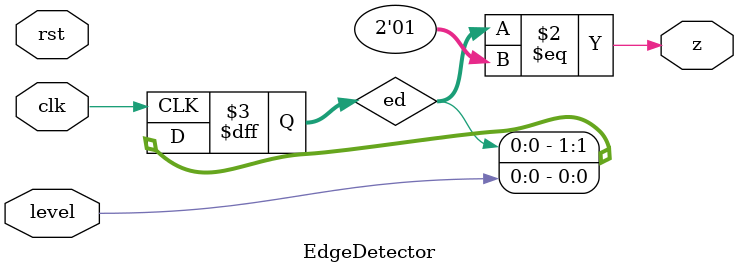
<source format=v>
module EdgeDetector(clk, rst, level, z);
	input clk, rst, level;
	output z; 


reg [1:0]ed;
always @(posedge clk)
	ed <= {ed[0], level};
	
	
assign z = (ed == 2'b01); 

endmodule

</source>
